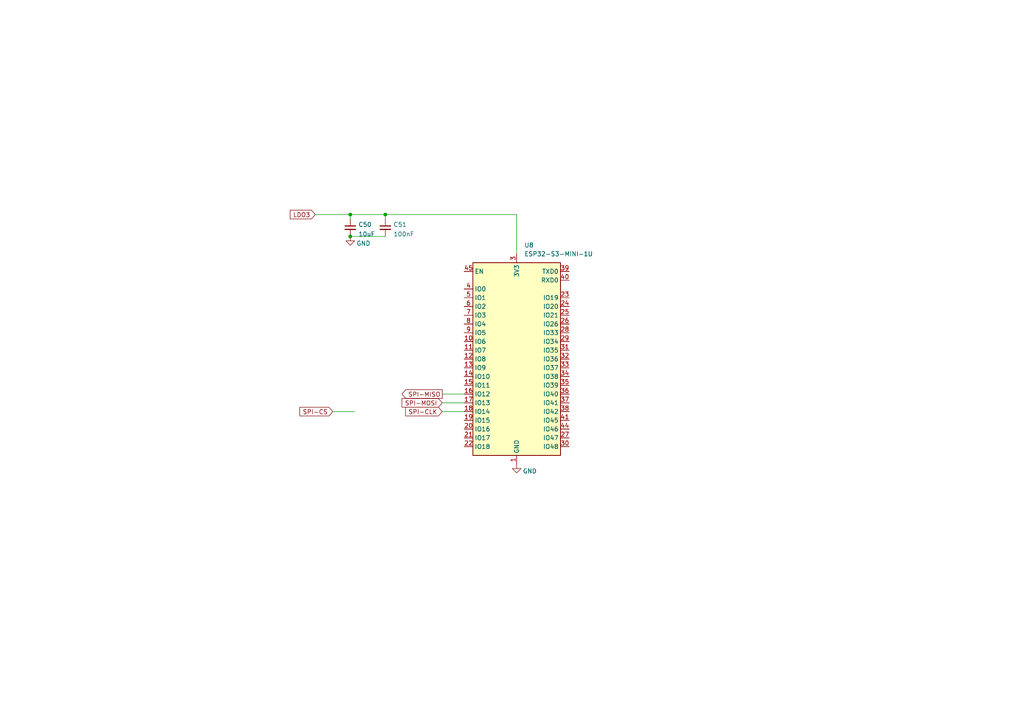
<source format=kicad_sch>
(kicad_sch (version 20231120) (generator "eeschema") (generator_version "8.0")
  (paper "A4")
  (lib_symbols
    (symbol "Device:C_Small" (pin_numbers hide) (pin_names (offset 0.254) hide)
      (property "Reference" "C" (at 0.254 1.778 0))
      (property "Value" "C_Small" (at 0.254 -2.032 0))
      (symbol "C_Small_0_1"
        (polyline (pts (xy -1.524 -0.508) (xy 1.524 -0.508)) (stroke (width 0.3302)))
        (polyline (pts (xy -1.524 0.508) (xy 1.524 0.508)) (stroke (width 0.3048)))
      )
      (symbol "C_Small_1_1"
        (pin passive line (at 0 2.54 270) (length 2.032) (name "~") (number "1"))
        (pin passive line (at 0 -2.54 90) (length 2.032) (name "~") (number "2"))
      )
    )
    (symbol "RF_Module:ESP32-S3-MINI-1U"
      (property "Reference" "U" (at -11.43 29.21 0))
      (property "Value" "ESP32-S3-MINI-1U" (at 12.7 29.21 0))
      (symbol "ESP32-S3-MINI-1U_0_1"
        (rectangle (start -12.7 27.94) (end 12.7 -27.94) (stroke (width 0.254)) (fill (type background)))
      )
      (symbol "ESP32-S3-MINI-1U_1_1"
        (pin power_in line (at 0 -30.48 90) (length 2.54) (name "GND") (number "1"))
        (pin bidirectional line (at -15.24 5.08 0) (length 2.54) (name "IO6") (number "10"))
        (pin bidirectional line (at -15.24 2.54 0) (length 2.54) (name "IO7") (number "11"))
        (pin bidirectional line (at -15.24 0 0) (length 2.54) (name "IO8") (number "12"))
        (pin bidirectional line (at -15.24 -2.54 0) (length 2.54) (name "IO9") (number "13"))
        (pin bidirectional line (at -15.24 -5.08 0) (length 2.54) (name "IO10") (number "14"))
        (pin bidirectional line (at -15.24 -7.62 0) (length 2.54) (name "IO11") (number "15"))
        (pin bidirectional line (at -15.24 -10.16 0) (length 2.54) (name "IO12") (number "16"))
        (pin bidirectional line (at -15.24 -12.7 0) (length 2.54) (name "IO13") (number "17"))
        (pin bidirectional line (at -15.24 -15.24 0) (length 2.54) (name "IO14") (number "18"))
        (pin bidirectional line (at -15.24 -17.78 0) (length 2.54) (name "IO15") (number "19"))
        (pin passive line (at 0 -30.48 90) (length 2.54) hide (name "GND") (number "2"))
        (pin bidirectional line (at -15.24 -20.32 0) (length 2.54) (name "IO16") (number "20"))
        (pin bidirectional line (at -15.24 -22.86 0) (length 2.54) (name "IO17") (number "21"))
        (pin bidirectional line (at -15.24 -25.4 0) (length 2.54) (name "IO18") (number "22"))
        (pin bidirectional line (at 15.24 17.78 180) (length 2.54) (name "IO19") (number "23"))
        (pin bidirectional line (at 15.24 15.24 180) (length 2.54) (name "IO20") (number "24"))
        (pin bidirectional line (at 15.24 12.7 180) (length 2.54) (name "IO21") (number "25"))
        (pin bidirectional line (at 15.24 10.16 180) (length 2.54) (name "IO26") (number "26"))
        (pin bidirectional line (at 15.24 -22.86 180) (length 2.54) (name "IO47") (number "27"))
        (pin bidirectional line (at 15.24 7.62 180) (length 2.54) (name "IO33") (number "28"))
        (pin bidirectional line (at 15.24 5.08 180) (length 2.54) (name "IO34") (number "29"))
        (pin power_in line (at 0 30.48 270) (length 2.54) (name "3V3") (number "3"))
        (pin bidirectional line (at 15.24 -25.4 180) (length 2.54) (name "IO48") (number "30"))
        (pin bidirectional line (at 15.24 2.54 180) (length 2.54) (name "IO35") (number "31"))
        (pin bidirectional line (at 15.24 0 180) (length 2.54) (name "IO36") (number "32"))
        (pin bidirectional line (at 15.24 -2.54 180) (length 2.54) (name "IO37") (number "33"))
        (pin bidirectional line (at 15.24 -5.08 180) (length 2.54) (name "IO38") (number "34"))
        (pin bidirectional line (at 15.24 -7.62 180) (length 2.54) (name "IO39") (number "35"))
        (pin bidirectional line (at 15.24 -10.16 180) (length 2.54) (name "IO40") (number "36"))
        (pin bidirectional line (at 15.24 -12.7 180) (length 2.54) (name "IO41") (number "37"))
        (pin bidirectional line (at 15.24 -15.24 180) (length 2.54) (name "IO42") (number "38"))
        (pin bidirectional line (at 15.24 25.4 180) (length 2.54) (name "TXD0") (number "39"))
        (pin bidirectional line (at -15.24 20.32 0) (length 2.54) (name "IO0") (number "4"))
        (pin bidirectional line (at 15.24 22.86 180) (length 2.54) (name "RXD0") (number "40"))
        (pin bidirectional line (at 15.24 -17.78 180) (length 2.54) (name "IO45") (number "41"))
        (pin passive line (at 0 -30.48 90) (length 2.54) hide (name "GND") (number "42"))
        (pin passive line (at 0 -30.48 90) (length 2.54) hide (name "GND") (number "43"))
        (pin bidirectional line (at 15.24 -20.32 180) (length 2.54) (name "IO46") (number "44"))
        (pin input line (at -15.24 25.4 0) (length 2.54) (name "EN") (number "45"))
        (pin passive line (at 0 -30.48 90) (length 2.54) hide (name "GND") (number "46"))
        (pin passive line (at 0 -30.48 90) (length 2.54) hide (name "GND") (number "47"))
        (pin passive line (at 0 -30.48 90) (length 2.54) hide (name "GND") (number "48"))
        (pin passive line (at 0 -30.48 90) (length 2.54) hide (name "GND") (number "49"))
        (pin bidirectional line (at -15.24 17.78 0) (length 2.54) (name "IO1") (number "5"))
        (pin passive line (at 0 -30.48 90) (length 2.54) hide (name "GND") (number "50"))
        (pin passive line (at 0 -30.48 90) (length 2.54) hide (name "GND") (number "51"))
        (pin passive line (at 0 -30.48 90) (length 2.54) hide (name "GND") (number "52"))
        (pin passive line (at 0 -30.48 90) (length 2.54) hide (name "GND") (number "53"))
        (pin passive line (at 0 -30.48 90) (length 2.54) hide (name "GND") (number "54"))
        (pin passive line (at 0 -30.48 90) (length 2.54) hide (name "GND") (number "55"))
        (pin passive line (at 0 -30.48 90) (length 2.54) hide (name "GND") (number "56"))
        (pin passive line (at 0 -30.48 90) (length 2.54) hide (name "GND") (number "57"))
        (pin passive line (at 0 -30.48 90) (length 2.54) hide (name "GND") (number "58"))
        (pin passive line (at 0 -30.48 90) (length 2.54) hide (name "GND") (number "59"))
        (pin bidirectional line (at -15.24 15.24 0) (length 2.54) (name "IO2") (number "6"))
        (pin passive line (at 0 -30.48 90) (length 2.54) hide (name "GND") (number "60"))
        (pin passive line (at 0 -30.48 90) (length 2.54) hide (name "GND") (number "61"))
        (pin passive line (at 0 -30.48 90) (length 2.54) hide (name "GND") (number "62"))
        (pin passive line (at 0 -30.48 90) (length 2.54) hide (name "GND") (number "63"))
        (pin passive line (at 0 -30.48 90) (length 2.54) hide (name "GND") (number "64"))
        (pin passive line (at 0 -30.48 90) (length 2.54) hide (name "GND") (number "65"))
        (pin bidirectional line (at -15.24 12.7 0) (length 2.54) (name "IO3") (number "7"))
        (pin bidirectional line (at -15.24 10.16 0) (length 2.54) (name "IO4") (number "8"))
        (pin bidirectional line (at -15.24 7.62 0) (length 2.54) (name "IO5") (number "9"))
      )
    )
    (symbol "power:GND" (power) (pin_names (offset 0))
      (property "Value" "GND" (at 0 -3.81 0))
      (symbol "GND_0_1"
        (polyline (pts (xy 0 0) (xy 0 -1.27) (xy 1.27 -1.27) (xy 0 -2.54) (xy -1.27 -1.27) (xy 0 -1.27)))
      )
      (symbol "GND_1_1"
        (pin power_in line (at 0 0 270) (length 0) hide (name "GND") (number "1"))
      )
    )
  )
  (junction (at 111.76 62.23))
  (junction (at 101.6 62.23))
  (junction (at 101.6 68.58))
  (wire (pts (xy 111.76 63.5) (xy 111.76 62.23)))
  (wire (pts (xy 101.6 62.23) (xy 101.6 63.5)))
  (wire (pts (xy 128.27 114.3) (xy 134.62 114.3)))
  (wire (pts (xy 101.6 62.23) (xy 111.76 62.23)))
  (wire (pts (xy 96.52 119.38) (xy 102.87 119.38)))
  (wire (pts (xy 128.27 116.84) (xy 134.62 116.84)))
  (wire (pts (xy 128.27 119.38) (xy 134.62 119.38)))
  (wire (pts (xy 101.6 68.58) (xy 111.76 68.58)))
  (wire (pts (xy 111.76 62.23) (xy 149.86 62.23)))
  (wire (pts (xy 91.44 62.23) (xy 101.6 62.23)))
  (wire (pts (xy 149.86 73.66) (xy 149.86 62.23)))
  (global_label "SPI-MOSI" (shape input) (at 128.27 116.84 180) (property "Intersheetrefs" "${INTERSHEET_REFS}" (effects (hide yes))))
  (global_label "LDO3" (shape input) (at 91.44 62.23 180) (property "Intersheetrefs" "${INTERSHEET_REFS}" (effects (hide yes))))
  (global_label "SPI-MISO" (shape output) (at 128.27 114.3 180) (property "Intersheetrefs" "${INTERSHEET_REFS}" (effects (hide yes))))
  (global_label "SPI-CLK" (shape input) (at 128.27 119.38 180) (property "Intersheetrefs" "${INTERSHEET_REFS}" (effects (hide yes))))
  (global_label "SPI-CS" (shape input) (at 96.52 119.38 180) (property "Intersheetrefs" "${INTERSHEET_REFS}" (effects (hide yes))))
  (symbol (lib_id "Device:C_Small") (at 111.76 66.04 0) (unit 1)
    (property "Reference" "C51" (at 114.0842 65.1315 0) (effects (justify left)))
    (property "Value" "100nF" (at 114.0842 67.9066 0) (effects (justify left)))
    (property "Footprint" "Capacitor_SMD:C_0402_1005Metric" (effects (hide yes)))
  )
  (symbol (lib_id "power:GND") (at 101.6 68.58 0) (unit 1)
    (property "Reference" "#PWR022" (effects (hide yes)))
    (property "Value" "GND" (at 105.41 70.6026 0))
  )
  (symbol (lib_id "RF_Module:ESP32-S3-MINI-1U") (at 149.86 104.14 0) (unit 1)
    (property "Reference" "U8" (at 152.0541 71.12 0) (effects (justify left)))
    (property "Value" "ESP32-S3-MINI-1U" (at 152.0541 73.66 0) (effects (justify left)))
    (property "Footprint" "RF_Module:ESP32-S2-MINI-1U" (effects (hide yes)))
    (property "Datasheet" "https://www.espressif.com/sites/default/files/documentation/esp32-s3-mini-1_mini-1u_datasheet_en.pdf" (effects (hide yes)))
    (property "Description" "RF Module, ESP32-S3 SoC, Wi-Fi 802.11b/g/n, Bluetooth, BLE, 32-bit, 3.3V, SMD, external antenna" (effects (hide yes)))
  )
  (symbol (lib_id "power:GND") (at 149.86 134.62 0) (unit 1)
    (property "Reference" "#PWR01" (effects (hide yes)))
    (property "Value" "GND" (at 153.67 136.6426 0))
  )
  (symbol (lib_id "Device:C_Small") (at 101.6 66.04 0) (unit 1)
    (property "Reference" "C50" (at 103.9242 65.1315 0) (effects (justify left)))
    (property "Value" "10uF" (at 103.9242 67.9066 0) (effects (justify left)))
    (property "Footprint" "Capacitor_SMD:C_0603_1608Metric" (effects (hide yes)))
  )
)
</source>
